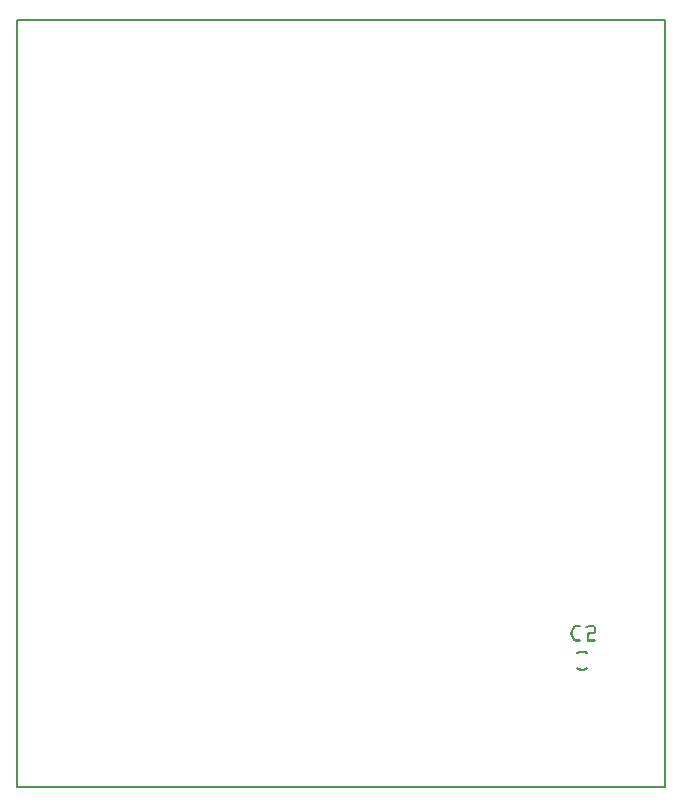
<source format=gbo>
G04 MADE WITH FRITZING*
G04 WWW.FRITZING.ORG*
G04 DOUBLE SIDED*
G04 HOLES PLATED*
G04 CONTOUR ON CENTER OF CONTOUR VECTOR*
%ASAXBY*%
%FSLAX23Y23*%
%MOIN*%
%OFA0B0*%
%SFA1.0B1.0*%
%ADD10R,2.165350X2.561780X2.149350X2.545780*%
%ADD11C,0.008000*%
%ADD12R,0.001000X0.001000*%
%LNSILK0*%
G90*
G70*
G54D11*
X4Y2558D02*
X2161Y2558D01*
X2161Y4D01*
X4Y4D01*
X4Y2558D01*
D02*
G54D12*
X1862Y541D02*
X1880Y541D01*
X1905Y541D02*
X1927Y541D01*
X1860Y540D02*
X1880Y540D01*
X1903Y540D02*
X1929Y540D01*
X1859Y539D02*
X1881Y539D01*
X1901Y539D02*
X1929Y539D01*
X1858Y538D02*
X1881Y538D01*
X1899Y538D02*
X1930Y538D01*
X1857Y537D02*
X1881Y537D01*
X1898Y537D02*
X1931Y537D01*
X1856Y536D02*
X1880Y536D01*
X1898Y536D02*
X1931Y536D01*
X1856Y535D02*
X1879Y535D01*
X1898Y535D02*
X1931Y535D01*
X1855Y534D02*
X1863Y534D01*
X1898Y534D02*
X1906Y534D01*
X1925Y534D02*
X1931Y534D01*
X1855Y533D02*
X1862Y533D01*
X1898Y533D02*
X1903Y533D01*
X1925Y533D02*
X1931Y533D01*
X1854Y532D02*
X1861Y532D01*
X1900Y532D02*
X1901Y532D01*
X1925Y532D02*
X1931Y532D01*
X1854Y531D02*
X1861Y531D01*
X1925Y531D02*
X1931Y531D01*
X1853Y530D02*
X1860Y530D01*
X1925Y530D02*
X1931Y530D01*
X1853Y529D02*
X1860Y529D01*
X1925Y529D02*
X1931Y529D01*
X1852Y528D02*
X1859Y528D01*
X1925Y528D02*
X1931Y528D01*
X1852Y527D02*
X1859Y527D01*
X1925Y527D02*
X1931Y527D01*
X1851Y526D02*
X1858Y526D01*
X1925Y526D02*
X1931Y526D01*
X1851Y525D02*
X1858Y525D01*
X1925Y525D02*
X1931Y525D01*
X1850Y524D02*
X1857Y524D01*
X1925Y524D02*
X1931Y524D01*
X1850Y523D02*
X1857Y523D01*
X1925Y523D02*
X1931Y523D01*
X1849Y522D02*
X1856Y522D01*
X1925Y522D02*
X1931Y522D01*
X1849Y521D02*
X1856Y521D01*
X1925Y521D02*
X1931Y521D01*
X1849Y520D02*
X1855Y520D01*
X1925Y520D02*
X1931Y520D01*
X1848Y519D02*
X1855Y519D01*
X1925Y519D02*
X1931Y519D01*
X1848Y518D02*
X1854Y518D01*
X1905Y518D02*
X1931Y518D01*
X1848Y517D02*
X1854Y517D01*
X1904Y517D02*
X1931Y517D01*
X1848Y516D02*
X1854Y516D01*
X1904Y516D02*
X1931Y516D01*
X1848Y515D02*
X1854Y515D01*
X1904Y515D02*
X1930Y515D01*
X1848Y514D02*
X1854Y514D01*
X1904Y514D02*
X1930Y514D01*
X1848Y513D02*
X1854Y513D01*
X1904Y513D02*
X1929Y513D01*
X1848Y512D02*
X1854Y512D01*
X1904Y512D02*
X1927Y512D01*
X1848Y511D02*
X1854Y511D01*
X1904Y511D02*
X1911Y511D01*
X1848Y510D02*
X1855Y510D01*
X1904Y510D02*
X1910Y510D01*
X1849Y509D02*
X1855Y509D01*
X1904Y509D02*
X1910Y509D01*
X1849Y508D02*
X1856Y508D01*
X1904Y508D02*
X1910Y508D01*
X1849Y507D02*
X1856Y507D01*
X1904Y507D02*
X1910Y507D01*
X1850Y506D02*
X1857Y506D01*
X1904Y506D02*
X1910Y506D01*
X1850Y505D02*
X1857Y505D01*
X1904Y505D02*
X1910Y505D01*
X1851Y504D02*
X1858Y504D01*
X1904Y504D02*
X1910Y504D01*
X1851Y503D02*
X1858Y503D01*
X1904Y503D02*
X1910Y503D01*
X1852Y502D02*
X1859Y502D01*
X1904Y502D02*
X1910Y502D01*
X1852Y501D02*
X1859Y501D01*
X1904Y501D02*
X1910Y501D01*
X1853Y500D02*
X1860Y500D01*
X1904Y500D02*
X1910Y500D01*
X1853Y499D02*
X1860Y499D01*
X1904Y499D02*
X1910Y499D01*
X1854Y498D02*
X1861Y498D01*
X1904Y498D02*
X1910Y498D01*
X1854Y497D02*
X1861Y497D01*
X1904Y497D02*
X1910Y497D01*
X1855Y496D02*
X1862Y496D01*
X1904Y496D02*
X1910Y496D01*
X1855Y495D02*
X1863Y495D01*
X1904Y495D02*
X1910Y495D01*
X1856Y494D02*
X1879Y494D01*
X1904Y494D02*
X1929Y494D01*
X1856Y493D02*
X1880Y493D01*
X1904Y493D02*
X1930Y493D01*
X1857Y492D02*
X1881Y492D01*
X1904Y492D02*
X1931Y492D01*
X1858Y491D02*
X1881Y491D01*
X1904Y491D02*
X1931Y491D01*
X1859Y490D02*
X1881Y490D01*
X1904Y490D02*
X1931Y490D01*
X1860Y489D02*
X1880Y489D01*
X1904Y489D02*
X1930Y489D01*
X1863Y488D02*
X1879Y488D01*
X1904Y488D02*
X1929Y488D01*
X1882Y457D02*
X1891Y457D01*
X1878Y456D02*
X1895Y456D01*
X1875Y455D02*
X1898Y455D01*
X1872Y454D02*
X1901Y454D01*
X1871Y453D02*
X1903Y453D01*
X1869Y452D02*
X1904Y452D01*
X1867Y451D02*
X1906Y451D01*
X1867Y450D02*
X1906Y450D01*
X1868Y449D02*
X1880Y449D01*
X1893Y449D02*
X1905Y449D01*
X1868Y448D02*
X1877Y448D01*
X1896Y448D02*
X1905Y448D01*
X1869Y447D02*
X1875Y447D01*
X1898Y447D02*
X1904Y447D01*
X1870Y446D02*
X1873Y446D01*
X1900Y446D02*
X1903Y446D01*
X1871Y445D02*
X1872Y445D01*
X1901Y445D02*
X1902Y445D01*
X1870Y402D02*
X1872Y402D01*
X1901Y402D02*
X1903Y402D01*
X1870Y401D02*
X1873Y401D01*
X1900Y401D02*
X1903Y401D01*
X1869Y400D02*
X1875Y400D01*
X1898Y400D02*
X1904Y400D01*
X1868Y399D02*
X1877Y399D01*
X1896Y399D02*
X1905Y399D01*
X1868Y398D02*
X1881Y398D01*
X1892Y398D02*
X1905Y398D01*
X1867Y397D02*
X1906Y397D01*
X1868Y396D02*
X1906Y396D01*
X1869Y395D02*
X1904Y395D01*
X1871Y394D02*
X1902Y394D01*
X1873Y393D02*
X1901Y393D01*
X1875Y392D02*
X1898Y392D01*
X1878Y391D02*
X1895Y391D01*
X1883Y390D02*
X1890Y390D01*
D02*
G04 End of Silk0*
M02*
</source>
